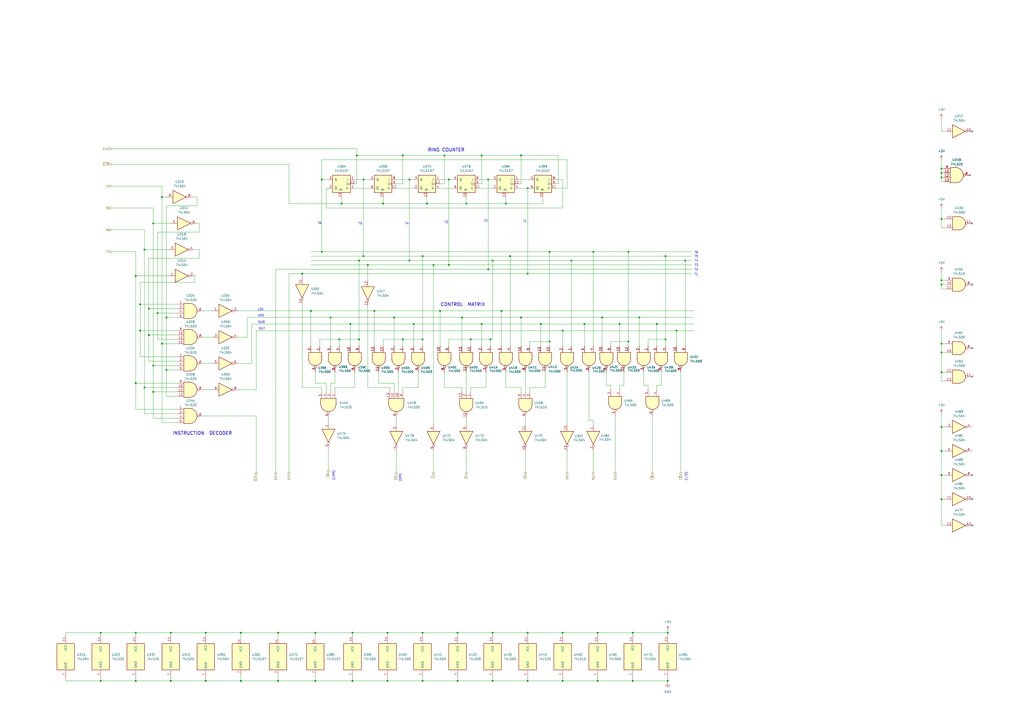
<source format=kicad_sch>
(kicad_sch (version 20231120) (generator "eeschema") (generator_version "8.0")
  (paper "A2")
  (title_block (title "ISAP-1 COMPUTER") (date "2024-11-27") (rev "Version 1") (comment 1 "by Linca Marius Gheorghe") (comment 3 "Control Unit"))
  (junction (at 293.37 118.11))
  (junction (at 265.43 367.03))
  (junction (at 364.49 198.12))
  (junction (at 546.1 289.56))
  (junction (at 331.47 151.13))
  (junction (at 295.91 148.59))
  (junction (at 279.4 90.17))
  (junction (at 283.21 156.21))
  (junction (at 191.77 184.15))
  (junction (at 186.69 146.05))
  (junction (at 78.74 367.03))
  (junction (at 284.48 196.85))
  (junction (at 203.2 187.96))
  (junction (at 302.26 90.17))
  (junction (at 224.79 394.97))
  (junction (at 387.35 394.97))
  (junction (at 93.98 114.3))
  (junction (at 78.74 394.97))
  (junction (at 139.7 394.97))
  (junction (at 313.69 187.96))
  (junction (at 204.47 367.03))
  (junction (at 367.03 367.03))
  (junction (at 237.49 104.14))
  (junction (at 83.82 144.78))
  (junction (at 265.43 394.97))
  (junction (at 546.1 215.9))
  (junction (at 370.84 184.15))
  (junction (at 270.51 118.11))
  (junction (at 119.38 367.03))
  (junction (at 392.43 191.77))
  (junction (at 260.35 104.14))
  (junction (at 285.75 394.97))
  (junction (at 367.03 394.97))
  (junction (at 359.41 187.96))
  (junction (at 210.82 148.59))
  (junction (at 306.07 109.22))
  (junction (at 283.21 104.14))
  (junction (at 182.88 367.03))
  (junction (at 257.81 90.17))
  (junction (at 93.98 199.39))
  (junction (at 285.75 151.13))
  (junction (at 279.4 187.96))
  (junction (at 546.1 102.87))
  (junction (at 208.28 151.13))
  (junction (at 83.82 224.79))
  (junction (at 233.68 196.85))
  (junction (at 175.26 158.75))
  (junction (at 213.36 153.67))
  (junction (at 344.17 146.05))
  (junction (at 210.82 104.14))
  (junction (at 81.28 191.77))
  (junction (at 88.9 212.09))
  (junction (at 349.25 184.15))
  (junction (at 198.12 118.11))
  (junction (at 255.27 180.34))
  (junction (at 306.07 367.03))
  (junction (at 364.49 146.05))
  (junction (at 204.47 394.97))
  (junction (at 161.29 367.03))
  (junction (at 86.36 194.31))
  (junction (at 228.6 184.15))
  (junction (at 546.1 127))
  (junction (at 245.11 394.97))
  (junction (at 119.38 394.97))
  (junction (at 247.65 118.11))
  (junction (at 306.07 158.75))
  (junction (at 58.42 367.03))
  (junction (at 339.09 187.96))
  (junction (at 546.1 165.1))
  (junction (at 245.11 148.59))
  (junction (at 182.88 394.97))
  (junction (at 306.07 394.97))
  (junction (at 91.44 181.61))
  (junction (at 302.26 184.15))
  (junction (at 237.49 151.13))
  (junction (at 326.39 394.97))
  (junction (at 326.39 367.03))
  (junction (at 240.03 187.96))
  (junction (at 81.28 176.53))
  (junction (at 208.28 196.85))
  (junction (at 346.71 394.97))
  (junction (at 180.34 180.34))
  (junction (at 318.77 146.05))
  (junction (at 186.69 104.14))
  (junction (at 326.39 191.77))
  (junction (at 381 187.96))
  (junction (at 217.17 180.34))
  (junction (at 251.46 153.67))
  (junction (at 139.7 367.03))
  (junction (at 397.51 151.13))
  (junction (at 245.11 196.85))
  (junction (at 222.25 118.11))
  (junction (at 546.1 97.79))
  (junction (at 96.52 214.63))
  (junction (at 196.85 196.85))
  (junction (at 546.1 275.59))
  (junction (at 78.74 160.02))
  (junction (at 207.01 90.17))
  (junction (at 88.9 227.33))
  (junction (at 161.29 394.97))
  (junction (at 245.11 367.03))
  (junction (at 546.1 204.47))
  (junction (at 346.71 367.03))
  (junction (at 386.08 196.85))
  (junction (at 546.1 100.33))
  (junction (at 86.36 179.07))
  (junction (at 387.35 367.03))
  (junction (at 546.1 199.39))
  (junction (at 285.75 367.03))
  (junction (at 290.83 180.34))
  (junction (at 546.1 162.56))
  (junction (at 386.08 148.59))
  (junction (at 318.77 198.12))
  (junction (at 273.05 196.85))
  (junction (at 224.79 367.03))
  (junction (at 96.52 184.15))
  (junction (at 260.35 153.67))
  (junction (at 88.9 129.54))
  (junction (at 233.68 90.17))
  (junction (at 267.97 184.15))
  (junction (at 546.1 261.62))
  (junction (at 58.42 394.97))
  (junction (at 99.06 367.03))
  (junction (at 546.1 247.65))
  (junction (at 99.06 394.97))
  (junction (at 78.74 222.25))
  (no_connect (at 563.88 201.93))
  (no_connect (at 563.88 165.1))
  (no_connect (at 563.88 76.2))
  (no_connect (at 563.88 129.54))
  (no_connect (at 562.61 101.6))
  (no_connect (at 563.88 304.8))
  (no_connect (at 563.88 275.59))
  (no_connect (at 563.88 289.56))
  (no_connect (at 563.88 218.44))
  (wire (pts (xy 233.68 90.17) (xy 257.81 90.17)))
  (wire (pts (xy 255.27 106.68) (xy 257.81 106.68)))
  (wire (pts (xy 279.4 187.96) (xy 279.4 200.66)))
  (wire (pts (xy 546.1 120.65) (xy 546.1 127)))
  (wire (pts (xy 226.06 224.79) (xy 213.36 224.79)))
  (wire (pts (xy 273.05 196.85) (xy 273.05 200.66)))
  (wire (pts (xy 88.9 212.09) (xy 102.87 212.09)))
  (wire (pts (xy 58.42 367.03) (xy 58.42 368.3)))
  (wire (pts (xy 81.28 191.77) (xy 102.87 191.77)))
  (wire (pts (xy 138.43 180.34) (xy 180.34 180.34)))
  (wire (pts (xy 115.57 144.78) (xy 115.57 149.86)))
  (wire (pts (xy 180.34 148.59) (xy 210.82 148.59)))
  (wire (pts (xy 279.4 90.17) (xy 257.81 90.17)))
  (wire (pts (xy 78.74 146.05) (xy 78.74 160.02)))
  (wire (pts (xy 318.77 146.05) (xy 344.17 146.05)))
  (wire (pts (xy 381 226.06) (xy 381 223.52)))
  (wire (pts (xy 93.98 245.11) (xy 102.87 245.11)))
  (wire (pts (xy 546.1 162.56) (xy 546.1 157.48)))
  (wire (pts (xy 88.9 212.09) (xy 88.9 227.33)))
  (wire (pts (xy 64.77 107.95) (xy 93.98 107.95)))
  (wire (pts (xy 364.49 146.05) (xy 364.49 198.12)))
  (wire (pts (xy 285.75 394.97) (xy 306.07 394.97)))
  (wire (pts (xy 64.77 95.25) (xy 167.64 95.25)))
  (wire (pts (xy 387.35 365.76) (xy 387.35 367.03)))
  (wire (pts (xy 91.44 196.85) (xy 102.87 196.85)))
  (wire (pts (xy 270.51 261.62) (xy 270.51 274.32)))
  (wire (pts (xy 115.57 134.62) (xy 91.44 134.62)))
  (wire (pts (xy 245.11 148.59) (xy 245.11 196.85)))
  (wire (pts (xy 139.7 394.97) (xy 161.29 394.97)))
  (wire (pts (xy 546.1 102.87) (xy 546.1 105.41)))
  (wire (pts (xy 546.1 215.9) (xy 546.1 220.98)))
  (wire (pts (xy 224.79 394.97) (xy 245.11 394.97)))
  (wire (pts (xy 233.68 224.79) (xy 242.57 224.79)))
  (wire (pts (xy 240.03 187.96) (xy 240.03 200.66)))
  (wire (pts (xy 86.36 149.86) (xy 86.36 179.07)))
  (wire (pts (xy 546.1 247.65) (xy 548.64 247.65)))
  (wire (pts (xy 167.64 118.11) (xy 198.12 118.11)))
  (wire (pts (xy 191.77 227.33) (xy 191.77 222.25)))
  (wire (pts (xy 265.43 394.97) (xy 285.75 394.97)))
  (wire (pts (xy 313.69 187.96) (xy 313.69 200.66)))
  (wire (pts (xy 300.99 109.22) (xy 306.07 109.22)))
  (wire (pts (xy 213.36 153.67) (xy 213.36 162.56)))
  (wire (pts (xy 346.71 394.97) (xy 346.71 393.7)))
  (wire (pts (xy 548.64 304.8) (xy 546.1 304.8)))
  (wire (pts (xy 208.28 151.13) (xy 237.49 151.13)))
  (wire (pts (xy 548.64 167.64) (xy 546.1 167.64)))
  (wire (pts (xy 185.42 196.85) (xy 196.85 196.85)))
  (wire (pts (xy 302.26 90.17) (xy 302.26 106.68)))
  (wire (pts (xy 229.87 109.22) (xy 240.03 109.22)))
  (wire (pts (xy 326.39 191.77) (xy 392.43 191.77)))
  (wire (pts (xy 245.11 367.03) (xy 265.43 367.03)))
  (wire (pts (xy 354.33 200.66) (xy 354.33 198.12)))
  (wire (pts (xy 302.26 184.15) (xy 349.25 184.15)))
  (wire (pts (xy 314.96 118.11) (xy 293.37 118.11)))
  (wire (pts (xy 213.36 177.8) (xy 213.36 224.79)))
  (wire (pts (xy 304.8 242.57) (xy 304.8 246.38)))
  (wire (pts (xy 326.39 367.03) (xy 326.39 368.3)))
  (wire (pts (xy 148.59 191.77) (xy 326.39 191.77)))
  (wire (pts (xy 255.27 104.14) (xy 260.35 104.14)))
  (wire (pts (xy 167.64 158.75) (xy 167.64 274.32)))
  (wire (pts (xy 205.74 106.68) (xy 207.01 106.68)))
  (wire (pts (xy 546.1 215.9) (xy 548.64 215.9)))
  (wire (pts (xy 88.9 227.33) (xy 88.9 242.57)))
  (wire (pts (xy 273.05 224.79) (xy 281.94 224.79)))
  (wire (pts (xy 245.11 148.59) (xy 295.91 148.59)))
  (wire (pts (xy 78.74 393.7) (xy 78.74 394.97)))
  (wire (pts (xy 354.33 223.52) (xy 351.79 223.52)))
  (wire (pts (xy 228.6 227.33) (xy 228.6 222.25)))
  (wire (pts (xy 81.28 176.53) (xy 102.87 176.53)))
  (wire (pts (xy 161.29 394.97) (xy 182.88 394.97)))
  (wire (pts (xy 546.1 100.33) (xy 547.37 100.33)))
  (wire (pts (xy 194.31 227.33) (xy 194.31 224.79)))
  (wire (pts (xy 83.82 133.35) (xy 83.82 144.78)))
  (wire (pts (xy 267.97 227.33) (xy 267.97 224.79)))
  (wire (pts (xy 207.01 90.17) (xy 233.68 90.17)))
  (wire (pts (xy 383.54 223.52) (xy 383.54 215.9)))
  (wire (pts (xy 323.85 106.68) (xy 323.85 90.17)))
  (wire (pts (xy 255.27 109.22) (xy 262.89 109.22)))
  (wire (pts (xy 331.47 151.13) (xy 331.47 200.66)))
  (wire (pts (xy 344.17 146.05) (xy 364.49 146.05)))
  (wire (pts (xy 346.71 394.97) (xy 367.03 394.97)))
  (wire (pts (xy 180.34 153.67) (xy 213.36 153.67)))
  (wire (pts (xy 364.49 198.12) (xy 364.49 200.66)))
  (wire (pts (xy 78.74 160.02) (xy 97.79 160.02)))
  (wire (pts (xy 546.1 100.33) (xy 546.1 102.87)))
  (wire (pts (xy 273.05 196.85) (xy 284.48 196.85)))
  (wire (pts (xy 307.34 224.79) (xy 316.23 224.79)))
  (wire (pts (xy 306.07 109.22) (xy 307.34 109.22)))
  (wire (pts (xy 293.37 114.3) (xy 293.37 118.11)))
  (wire (pts (xy 186.69 92.71) (xy 328.93 92.71)))
  (wire (pts (xy 78.74 367.03) (xy 99.06 367.03)))
  (wire (pts (xy 397.51 151.13) (xy 397.51 200.66)))
  (wire (pts (xy 328.93 261.62) (xy 328.93 274.32)))
  (wire (pts (xy 359.41 223.52) (xy 361.95 223.52)))
  (wire (pts (xy 118.11 241.3) (xy 148.59 241.3)))
  (wire (pts (xy 364.49 146.05) (xy 401.32 146.05)))
  (wire (pts (xy 233.68 196.85) (xy 233.68 200.66)))
  (wire (pts (xy 78.74 367.03) (xy 78.74 368.3)))
  (wire (pts (xy 260.35 196.85) (xy 273.05 196.85)))
  (wire (pts (xy 118.11 226.06) (xy 123.19 226.06)))
  (wire (pts (xy 381 187.96) (xy 402.59 187.96)))
  (wire (pts (xy 189.23 222.25) (xy 182.88 222.25)))
  (wire (pts (xy 175.26 176.53) (xy 175.26 224.79)))
  (wire (pts (xy 314.96 114.3) (xy 314.96 118.11)))
  (wire (pts (xy 546.1 132.08) (xy 548.64 132.08)))
  (wire (pts (xy 210.82 148.59) (xy 245.11 148.59)))
  (wire (pts (xy 210.82 104.14) (xy 214.63 104.14)))
  (wire (pts (xy 96.52 184.15) (xy 96.52 214.63)))
  (wire (pts (xy 93.98 114.3) (xy 93.98 107.95)))
  (wire (pts (xy 546.1 97.79) (xy 546.1 100.33)))
  (wire (pts (xy 233.68 90.17) (xy 233.68 106.68)))
  (wire (pts (xy 143.51 184.15) (xy 191.77 184.15)))
  (wire (pts (xy 204.47 367.03) (xy 204.47 368.3)))
  (wire (pts (xy 96.52 184.15) (xy 102.87 184.15)))
  (wire (pts (xy 83.82 224.79) (xy 102.87 224.79)))
  (wire (pts (xy 316.23 224.79) (xy 316.23 215.9)))
  (wire (pts (xy 386.08 196.85) (xy 386.08 200.66)))
  (wire (pts (xy 300.99 104.14) (xy 307.34 104.14)))
  (wire (pts (xy 229.87 104.14) (xy 237.49 104.14)))
  (wire (pts (xy 189.23 120.65) (xy 326.39 120.65)))
  (wire (pts (xy 293.37 224.79) (xy 293.37 215.9)))
  (wire (pts (xy 373.38 223.52) (xy 375.92 223.52)))
  (wire (pts (xy 397.51 151.13) (xy 401.32 151.13)))
  (wire (pts (xy 148.59 226.06) (xy 148.59 191.77)))
  (wire (pts (xy 237.49 104.14) (xy 240.03 104.14)))
  (wire (pts (xy 99.06 367.03) (xy 99.06 368.3)))
  (wire (pts (xy 270.51 114.3) (xy 270.51 118.11)))
  (wire (pts (xy 285.75 394.97) (xy 285.75 393.7)))
  (wire (pts (xy 251.46 153.67) (xy 260.35 153.67)))
  (wire (pts (xy 295.91 148.59) (xy 386.08 148.59)))
  (wire (pts (xy 205.74 109.22) (xy 214.63 109.22)))
  (wire (pts (xy 83.82 224.79) (xy 83.82 240.03)))
  (wire (pts (xy 304.8 215.9) (xy 304.8 227.33)))
  (wire (pts (xy 302.26 90.17) (xy 279.4 90.17)))
  (wire (pts (xy 91.44 134.62) (xy 91.44 181.61)))
  (wire (pts (xy 194.31 224.79) (xy 205.74 224.79)))
  (wire (pts (xy 354.33 226.06) (xy 354.33 223.52)))
  (wire (pts (xy 139.7 367.03) (xy 161.29 367.03)))
  (wire (pts (xy 546.1 199.39) (xy 548.64 199.39)))
  (wire (pts (xy 381 187.96) (xy 381 200.66)))
  (wire (pts (xy 205.74 104.14) (xy 210.82 104.14)))
  (wire (pts (xy 58.42 367.03) (xy 78.74 367.03)))
  (wire (pts (xy 203.2 200.66) (xy 203.2 187.96)))
  (wire (pts (xy 328.93 109.22) (xy 328.93 92.71)))
  (wire (pts (xy 138.43 195.58) (xy 143.51 195.58)))
  (wire (pts (xy 203.2 187.96) (xy 240.03 187.96)))
  (wire (pts (xy 279.4 106.68) (xy 279.4 90.17)))
  (wire (pts (xy 548.64 162.56) (xy 546.1 162.56)))
  (wire (pts (xy 118.11 195.58) (xy 123.19 195.58)))
  (wire (pts (xy 260.35 104.14) (xy 260.35 153.67)))
  (wire (pts (xy 237.49 151.13) (xy 285.75 151.13)))
  (wire (pts (xy 302.26 227.33) (xy 302.26 224.79)))
  (wire (pts (xy 180.34 180.34) (xy 180.34 200.66)))
  (wire (pts (xy 64.77 133.35) (xy 83.82 133.35)))
  (wire (pts (xy 245.11 196.85) (xy 245.11 200.66)))
  (wire (pts (xy 93.98 114.3) (xy 96.52 114.3)))
  (wire (pts (xy 175.26 158.75) (xy 175.26 161.29)))
  (wire (pts (xy 267.97 224.79) (xy 257.81 224.79)))
  (wire (pts (xy 217.17 180.34) (xy 217.17 200.66)))
  (wire (pts (xy 180.34 180.34) (xy 217.17 180.34)))
  (wire (pts (xy 284.48 196.85) (xy 285.75 196.85)))
  (wire (pts (xy 81.28 207.01) (xy 102.87 207.01)))
  (wire (pts (xy 304.8 261.62) (xy 304.8 274.32)))
  (wire (pts (xy 190.5 242.57) (xy 190.5 245.11)))
  (wire (pts (xy 228.6 184.15) (xy 228.6 200.66)))
  (wire (pts (xy 139.7 391.16) (xy 139.7 394.97)))
  (wire (pts (xy 260.35 153.67) (xy 401.32 153.67)))
  (wire (pts (xy 118.11 210.82) (xy 123.19 210.82)))
  (wire (pts (xy 255.27 180.34) (xy 290.83 180.34)))
  (wire (pts (xy 257.81 106.68) (xy 257.81 90.17)))
  (wire (pts (xy 392.43 191.77) (xy 402.59 191.77)))
  (wire (pts (xy 546.1 92.71) (xy 546.1 97.79)))
  (wire (pts (xy 182.88 394.97) (xy 204.47 394.97)))
  (wire (pts (xy 386.08 148.59) (xy 386.08 196.85)))
  (wire (pts (xy 78.74 222.25) (xy 78.74 237.49)))
  (wire (pts (xy 204.47 394.97) (xy 224.79 394.97)))
  (wire (pts (xy 322.58 109.22) (xy 328.93 109.22)))
  (wire (pts (xy 381 223.52) (xy 383.54 223.52)))
  (wire (pts (xy 546.1 247.65) (xy 546.1 261.62)))
  (wire (pts (xy 191.77 200.66) (xy 191.77 184.15)))
  (wire (pts (xy 64.77 86.36) (xy 207.01 86.36)))
  (wire (pts (xy 175.26 158.75) (xy 306.07 158.75)))
  (wire (pts (xy 113.03 163.83) (xy 81.28 163.83)))
  (wire (pts (xy 270.51 242.57) (xy 270.51 246.38)))
  (wire (pts (xy 265.43 394.97) (xy 265.43 393.7)))
  (wire (pts (xy 546.1 167.64) (xy 546.1 165.1)))
  (wire (pts (xy 339.09 187.96) (xy 359.41 187.96)))
  (wire (pts (xy 194.31 222.25) (xy 194.31 215.9)))
  (wire (pts (xy 113.03 144.78) (xy 115.57 144.78)))
  (wire (pts (xy 180.34 151.13) (xy 208.28 151.13)))
  (wire (pts (xy 387.35 367.03) (xy 387.35 368.3)))
  (wire (pts (xy 186.69 227.33) (xy 186.69 224.79)))
  (wire (pts (xy 161.29 367.03) (xy 182.88 367.03)))
  (wire (pts (xy 207.01 106.68) (xy 207.01 90.17)))
  (wire (pts (xy 285.75 367.03) (xy 306.07 367.03)))
  (wire (pts (xy 281.94 224.79) (xy 281.94 215.9)))
  (wire (pts (xy 367.03 394.97) (xy 367.03 393.7)))
  (wire (pts (xy 367.03 394.97) (xy 387.35 394.97)))
  (wire (pts (xy 285.75 367.03) (xy 285.75 368.3)))
  (wire (pts (xy 326.39 394.97) (xy 346.71 394.97)))
  (wire (pts (xy 285.75 151.13) (xy 285.75 196.85)))
  (wire (pts (xy 222.25 118.11) (xy 222.25 114.3)))
  (wire (pts (xy 293.37 118.11) (xy 270.51 118.11)))
  (wire (pts (xy 78.74 237.49) (xy 102.87 237.49)))
  (wire (pts (xy 190.5 260.35) (xy 190.5 273.05)))
  (wire (pts (xy 138.43 226.06) (xy 148.59 226.06)))
  (wire (pts (xy 114.3 114.3) (xy 114.3 119.38)))
  (wire (pts (xy 207.01 86.36) (xy 207.01 90.17)))
  (wire (pts (xy 160.02 156.21) (xy 283.21 156.21)))
  (wire (pts (xy 245.11 394.97) (xy 265.43 394.97)))
  (wire (pts (xy 306.07 109.22) (xy 306.07 158.75)))
  (wire (pts (xy 278.13 109.22) (xy 285.75 109.22)))
  (wire (pts (xy 86.36 179.07) (xy 86.36 194.31)))
  (wire (pts (xy 255.27 180.34) (xy 255.27 200.66)))
  (wire (pts (xy 331.47 151.13) (xy 397.51 151.13)))
  (wire (pts (xy 86.36 194.31) (xy 86.36 209.55)))
  (wire (pts (xy 208.28 196.85) (xy 208.28 200.66)))
  (wire (pts (xy 546.1 127) (xy 548.64 127)))
  (wire (pts (xy 185.42 200.66) (xy 185.42 196.85)))
  (wire (pts (xy 81.28 163.83) (xy 81.28 176.53)))
  (wire (pts (xy 548.64 165.1) (xy 546.1 165.1)))
  (wire (pts (xy 273.05 227.33) (xy 273.05 224.79)))
  (wire (pts (xy 93.98 199.39) (xy 93.98 245.11)))
  (wire (pts (xy 373.38 223.52) (xy 373.38 215.9)))
  (wire (pts (xy 38.1 394.97) (xy 58.42 394.97)))
  (wire (pts (xy 349.25 184.15) (xy 349.25 200.66)))
  (wire (pts (xy 300.99 106.68) (xy 302.26 106.68)))
  (wire (pts (xy 257.81 224.79) (xy 257.81 215.9)))
  (wire (pts (xy 546.1 261.62) (xy 546.1 275.59)))
  (wire (pts (xy 247.65 118.11) (xy 222.25 118.11)))
  (wire (pts (xy 351.79 223.52) (xy 351.79 215.9)))
  (wire (pts (xy 146.05 187.96) (xy 203.2 187.96)))
  (wire (pts (xy 367.03 367.03) (xy 367.03 368.3)))
  (wire (pts (xy 283.21 104.14) (xy 283.21 156.21)))
  (wire (pts (xy 138.43 210.82) (xy 146.05 210.82)))
  (wire (pts (xy 307.34 227.33) (xy 307.34 224.79)))
  (wire (pts (xy 548.64 289.56) (xy 546.1 289.56)))
  (wire (pts (xy 387.35 393.7) (xy 387.35 394.97)))
  (wire (pts (xy 91.44 181.61) (xy 102.87 181.61)))
  (wire (pts (xy 113.03 160.02) (xy 113.03 163.83)))
  (wire (pts (xy 119.38 393.7) (xy 119.38 394.97)))
  (wire (pts (xy 78.74 222.25) (xy 102.87 222.25)))
  (wire (pts (xy 546.1 204.47) (xy 548.64 204.47)))
  (wire (pts (xy 196.85 196.85) (xy 196.85 200.66)))
  (wire (pts (xy 270.51 118.11) (xy 247.65 118.11)))
  (wire (pts (xy 326.39 120.65) (xy 326.39 104.14)))
  (wire (pts (xy 78.74 160.02) (xy 78.74 222.25)))
  (wire (pts (xy 190.5 109.22) (xy 189.23 109.22)))
  (wire (pts (xy 93.98 199.39) (xy 102.87 199.39)))
  (wire (pts (xy 313.69 187.96) (xy 339.09 187.96)))
  (wire (pts (xy 208.28 196.85) (xy 208.28 151.13)))
  (wire (pts (xy 546.1 76.2) (xy 546.1 68.58)))
  (wire (pts (xy 186.69 146.05) (xy 318.77 146.05)))
  (wire (pts (xy 81.28 176.53) (xy 81.28 191.77)))
  (wire (pts (xy 83.82 144.78) (xy 97.79 144.78)))
  (wire (pts (xy 58.42 394.97) (xy 78.74 394.97)))
  (wire (pts (xy 265.43 367.03) (xy 265.43 368.3)))
  (wire (pts (xy 370.84 184.15) (xy 370.84 200.66)))
  (wire (pts (xy 367.03 367.03) (xy 387.35 367.03)))
  (wire (pts (xy 279.4 187.96) (xy 313.69 187.96)))
  (wire (pts (xy 546.1 204.47) (xy 546.1 215.9)))
  (wire (pts (xy 328.93 215.9) (xy 328.93 246.38)))
  (wire (pts (xy 546.1 304.8) (xy 546.1 289.56)))
  (wire (pts (xy 548.64 275.59) (xy 546.1 275.59)))
  (wire (pts (xy 344.17 261.62) (xy 344.17 274.32)))
  (wire (pts (xy 161.29 391.16) (xy 161.29 394.97)))
  (wire (pts (xy 196.85 196.85) (xy 208.28 196.85)))
  (wire (pts (xy 233.68 227.33) (xy 233.68 224.79)))
  (wire (pts (xy 361.95 223.52) (xy 361.95 215.9)))
  (wire (pts (xy 111.76 114.3) (xy 114.3 114.3)))
  (wire (pts (xy 284.48 200.66) (xy 284.48 196.85)))
  (wire (pts (xy 387.35 394.97) (xy 387.35 396.24)))
  (wire (pts (xy 344.17 146.05) (xy 344.17 200.66)))
  (wire (pts (xy 306.07 367.03) (xy 306.07 368.3)))
  (wire (pts (xy 229.87 242.57) (xy 229.87 246.38)))
  (wire (pts (xy 270.51 215.9) (xy 270.51 227.33)))
  (wire (pts (xy 198.12 114.3) (xy 198.12 118.11)))
  (wire (pts (xy 114.3 129.54) (xy 115.57 129.54)))
  (wire (pts (xy 251.46 153.67) (xy 251.46 246.38)))
  (wire (pts (xy 322.58 106.68) (xy 323.85 106.68)))
  (wire (pts (xy 302.26 90.17) (xy 323.85 90.17)))
  (wire (pts (xy 88.9 242.57) (xy 102.87 242.57)))
  (wire (pts (xy 307.34 200.66) (xy 307.34 198.12)))
  (wire (pts (xy 210.82 104.14) (xy 210.82 148.59)))
  (wire (pts (xy 228.6 184.15) (xy 267.97 184.15)))
  (wire (pts (xy 375.92 226.06) (xy 375.92 223.52)))
  (wire (pts (xy 64.77 120.65) (xy 88.9 120.65)))
  (wire (pts (xy 326.39 191.77) (xy 326.39 200.66)))
  (wire (pts (xy 86.36 194.31) (xy 102.87 194.31)))
  (wire (pts (xy 115.57 149.86) (xy 86.36 149.86)))
  (wire (pts (xy 180.34 146.05) (xy 186.69 146.05)))
  (wire (pts (xy 307.34 198.12) (xy 318.77 198.12)))
  (wire (pts (xy 346.71 367.03) (xy 367.03 367.03)))
  (wire (pts (xy 346.71 367.03) (xy 346.71 368.3)))
  (wire (pts (xy 88.9 129.54) (xy 99.06 129.54)))
  (wire (pts (xy 224.79 367.03) (xy 224.79 368.3)))
  (wire (pts (xy 349.25 184.15) (xy 370.84 184.15)))
  (wire (pts (xy 119.38 367.03) (xy 139.7 367.03)))
  (wire (pts (xy 83.82 240.03) (xy 102.87 240.03)))
  (wire (pts (xy 167.64 158.75) (xy 175.26 158.75)))
  (wire (pts (xy 86.36 209.55) (xy 102.87 209.55)))
  (wire (pts (xy 546.1 102.87) (xy 547.37 102.87)))
  (wire (pts (xy 99.06 394.97) (xy 119.38 394.97)))
  (wire (pts (xy 285.75 151.13) (xy 331.47 151.13)))
  (wire (pts (xy 231.14 215.9) (xy 231.14 227.33)))
  (wire (pts (xy 306.07 367.03) (xy 326.39 367.03)))
  (wire (pts (xy 394.97 215.9) (xy 394.97 274.32)))
  (wire (pts (xy 219.71 215.9) (xy 219.71 222.25)))
  (wire (pts (xy 326.39 394.97) (xy 326.39 393.7)))
  (wire (pts (xy 290.83 180.34) (xy 402.59 180.34)))
  (wire (pts (xy 186.69 104.14) (xy 186.69 146.05)))
  (wire (pts (xy 160.02 156.21) (xy 160.02 274.32)))
  (wire (pts (xy 224.79 367.03) (xy 245.11 367.03)))
  (wire (pts (xy 182.88 391.16) (xy 182.88 394.97)))
  (wire (pts (xy 88.9 129.54) (xy 88.9 212.09)))
  (wire (pts (xy 378.46 241.3) (xy 378.46 274.32)))
  (wire (pts (xy 546.1 97.79) (xy 547.37 97.79)))
  (wire (pts (xy 81.28 191.77) (xy 81.28 207.01)))
  (wire (pts (xy 283.21 104.14) (xy 285.75 104.14)))
  (wire (pts (xy 167.64 95.25) (xy 167.64 118.11)))
  (wire (pts (xy 386.08 148.59) (xy 401.32 148.59)))
  (wire (pts (xy 341.63 215.9) (xy 341.63 243.84)))
  (wire (pts (xy 546.1 191.77) (xy 546.1 199.39)))
  (wire (pts (xy 359.41 226.06) (xy 359.41 223.52)))
  (wire (pts (xy 189.23 227.33) (xy 189.23 222.25)))
  (wire (pts (xy 143.51 195.58) (xy 143.51 184.15)))
  (wire (pts (xy 546.1 165.1) (xy 546.1 162.56)))
  (wire (pts (xy 139.7 367.03) (xy 139.7 370.84)))
  (wire (pts (xy 278.13 106.68) (xy 279.4 106.68)))
  (wire (pts (xy 546.1 240.03) (xy 546.1 247.65)))
  (wire (pts (xy 370.84 184.15) (xy 402.59 184.15)))
  (wire (pts (xy 114.3 119.38) (xy 96.52 119.38)))
  (wire (pts (xy 392.43 200.66) (xy 392.43 191.77)))
  (wire (pts (xy 278.13 104.14) (xy 283.21 104.14)))
  (wire (pts (xy 251.46 261.62) (xy 251.46 274.32)))
  (wire (pts (xy 182.88 222.25) (xy 182.88 215.9)))
  (wire (pts (xy 267.97 184.15) (xy 267.97 200.66)))
  (wire (pts (xy 204.47 394.97) (xy 204.47 393.7)))
  (wire (pts (xy 233.68 196.85) (xy 245.11 196.85)))
  (wire (pts (xy 96.52 214.63) (xy 96.52 229.87)))
  (wire (pts (xy 322.58 104.14) (xy 326.39 104.14)))
  (wire (pts (xy 339.09 187.96) (xy 339.09 200.66)))
  (wire (pts (xy 306.07 158.75) (xy 401.32 158.75)))
  (wire (pts (xy 247.65 114.3) (xy 247.65 118.11)))
  (wire (pts (xy 190.5 104.14) (xy 186.69 104.14)))
  (wire (pts (xy 356.87 241.3) (xy 356.87 274.32)))
  (wire (pts (xy 96.52 229.87) (xy 102.87 229.87)))
  (wire (pts (xy 186.69 104.14) (xy 186.69 92.71)))
  (wire (pts (xy 359.41 187.96) (xy 381 187.96)))
  (wire (pts (xy 326.39 367.03) (xy 346.71 367.03)))
  (wire (pts (xy 302.26 224.79) (xy 293.37 224.79)))
  (wire (pts (xy 96.52 214.63) (xy 102.87 214.63)))
  (wire (pts (xy 354.33 198.12) (xy 364.49 198.12)))
  (wire (pts (xy 119.38 394.97) (xy 139.7 394.97)))
  (wire (pts (xy 245.11 367.03) (xy 245.11 368.3)))
  (wire (pts (xy 217.17 180.34) (xy 255.27 180.34)))
  (wire (pts (xy 182.88 367.03) (xy 204.47 367.03)))
  (wire (pts (xy 38.1 367.03) (xy 38.1 368.3)))
  (wire (pts (xy 295.91 200.66) (xy 295.91 148.59)))
  (wire (pts (xy 260.35 196.85) (xy 260.35 200.66)))
  (wire (pts (xy 86.36 179.07) (xy 102.87 179.07)))
  (wire (pts (xy 58.42 393.7) (xy 58.42 394.97)))
  (wire (pts (xy 198.12 118.11) (xy 222.25 118.11)))
  (wire (pts (xy 222.25 196.85) (xy 233.68 196.85)))
  (wire (pts (xy 88.9 227.33) (xy 102.87 227.33)))
  (wire (pts (xy 204.47 367.03) (xy 224.79 367.03)))
  (wire (pts (xy 318.77 146.05) (xy 318.77 198.12)))
  (wire (pts (xy 64.77 146.05) (xy 78.74 146.05)))
  (wire (pts (xy 375.92 200.66) (xy 375.92 196.85)))
  (wire (pts (xy 260.35 104.14) (xy 262.89 104.14)))
  (wire (pts (xy 148.59 241.3) (xy 148.59 274.32)))
  (wire (pts (xy 146.05 210.82) (xy 146.05 187.96)))
  (wire (pts (xy 344.17 246.38) (xy 344.17 243.84)))
  (wire (pts (xy 38.1 367.03) (xy 58.42 367.03)))
  (wire (pts (xy 283.21 156.21) (xy 401.32 156.21)))
  (wire (pts (xy 306.07 394.97) (xy 326.39 394.97)))
  (wire (pts (xy 182.88 367.03) (xy 182.88 370.84)))
  (wire (pts (xy 119.38 367.03) (xy 119.38 368.3)))
  (wire (pts (xy 88.9 129.54) (xy 88.9 120.65)))
  (wire (pts (xy 118.11 180.34) (xy 123.19 180.34)))
  (wire (pts (xy 546.1 261.62) (xy 548.64 261.62)))
  (wire (pts (xy 375.92 196.85) (xy 386.08 196.85)))
  (wire (pts (xy 546.1 289.56) (xy 546.1 275.59)))
  (wire (pts (xy 242.57 224.79) (xy 242.57 215.9)))
  (wire (pts (xy 213.36 153.67) (xy 251.46 153.67)))
  (wire (pts (xy 302.26 184.15) (xy 302.26 200.66)))
  (wire (pts (xy 222.25 200.66) (xy 222.25 196.85)))
  (wire (pts (xy 237.49 104.14) (xy 237.49 151.13)))
  (wire (pts (xy 191.77 184.15) (xy 228.6 184.15)))
  (wire (pts (xy 228.6 222.25) (xy 219.71 222.25)))
  (wire (pts (xy 265.43 367.03) (xy 285.75 367.03)))
  (wire (pts (xy 240.03 187.96) (xy 279.4 187.96)))
  (wire (pts (xy 359.41 200.66) (xy 359.41 187.96)))
  (wire (pts (xy 344.17 243.84) (xy 341.63 243.84)))
  (wire (pts (xy 191.77 222.25) (xy 194.31 222.25)))
  (wire (pts (xy 546.1 76.2) (xy 548.64 76.2)))
  (wire (pts (xy 546.1 127) (xy 546.1 132.08)))
  (wire (pts (xy 267.97 184.15) (xy 302.26 184.15)))
  (wire (pts (xy 224.79 394.97) (xy 224.79 393.7)))
  (wire (pts (xy 290.83 200.66) (xy 290.83 180.34)))
  (wire (pts (xy 205.74 224.79) (xy 205.74 215.9)))
  (wire (pts (xy 99.06 367.03) (xy 119.38 367.03)))
  (wire (pts (xy 318.77 198.12) (xy 318.77 200.66)))
  (wire (pts (xy 546.1 105.41) (xy 547.37 105.41)))
  (wire (pts (xy 96.52 119.38) (xy 96.52 184.15)))
  (wire (pts (xy 546.1 199.39) (xy 546.1 204.47)))
  (wire (pts (xy 186.69 224.79) (xy 175.26 224.79)))
  (wire (pts (xy 115.57 129.54) (xy 115.57 134.62)))
  (wire (pts (xy 229.87 261.62) (xy 229.87 274.32)))
  (wire (pts (xy 38.1 393.7) (xy 38.1 394.97)))
  (wire (pts (xy 245.11 394.97) (xy 245.11 393.7)))
  (wire (pts (xy 161.29 367.03) (xy 161.29 370.84)))
  (wire (pts (xy 93.98 114.3) (xy 93.98 199.39)))
  (wire (pts (xy 99.06 393.7) (xy 99.06 394.97)))
  (wire (pts (xy 189.23 109.22) (xy 189.23 120.65)))
  (wire (pts (xy 91.44 181.61) (xy 91.44 196.85)))
  (wire (pts (xy 226.06 227.33) (xy 226.06 224.79)))
  (wire (pts (xy 78.74 394.97) (xy 99.06 394.97)))
  (wire (pts (xy 83.82 144.78) (xy 83.82 224.79)))
  (wire (pts (xy 546.1 220.98) (xy 548.64 220.98)))
  (wire (pts (xy 229.87 106.68) (xy 233.68 106.68)))
  (wire (pts (xy 306.07 394.97) (xy 306.07 393.7)))
  (text "T6" (at 185.42 129.54 0) (effects (font (size 1.27 1.27))))
  (text "(DM)" (at 232.156 277.114 90) (effects (font (size 1.27 1.27))))
  (text "T4" (at 403.86 151.384 0) (effects (font (size 1.27 1.27))))
  (text "(LMR)" (at 193.548 275.844 90) (effects (font (size 1.27 1.27))))
  (text "T1" (at 403.86 159.258 0) (effects (font (size 1.27 1.27))))
  (text "T1" (at 304.546 128.524 0) (effects (font (size 1.27 1.27))))
  (text "(I/O)" (at 398.018 276.352 90) (effects (font (size 1.27 1.27))))
  (text "T4" (at 235.966 129.794 0) (effects (font (size 1.27 1.27))))
  (text "CONTROL  MATRIX" (at 268.478 176.784 0) (effects (font (size 1.905 1.905) (thickness 0.254) (bold yes))))
  (text "T3" (at 403.86 153.924 0) (effects (font (size 1.27 1.27))))
  (text "T5" (at 403.86 148.844 0) (effects (font (size 1.27 1.27))))
  (text "T2" (at 281.686 128.27 0) (effects (font (size 1.27 1.27))))
  (text "T2" (at 403.86 156.464 0) (effects (font (size 1.27 1.27))))
  (text "INSTRUCTION  DECODER" (at 117.348 251.46 0) (effects (font (size 1.905 1.905) (thickness 0.254) (bold yes))))
  (text "ADD" (at 151.384 183.134 0) (effects (font (size 1.27 1.27))))
  (text "SUB" (at 151.638 186.944 0) (effects (font (size 1.27 1.27))))
  (text "T6" (at 403.86 146.558 0) (effects (font (size 1.27 1.27))))
  (text "T3" (at 258.826 129.032 0) (effects (font (size 1.27 1.27))))
  (text "LDA" (at 151.13 179.578 0) (effects (font (size 1.27 1.27))))
  (text "OUT" (at 151.892 190.754 0) (effects (font (size 1.27 1.27))))
  (text "RING COUNTER" (at 258.826 87.122 0) (effects (font (size 1.905 1.905) (thickness 0.254) (bold yes))))
  (text "T5" (at 209.042 129.794 0) (effects (font (size 1.27 1.27))))
  (hierarchical_label "I4" (shape input) (at 64.77 107.95 180))
  (hierarchical_label "~{LB}" (shape output) (at 378.46 274.32 270))
  (hierarchical_label "~{LM}" (shape output) (at 190.5 273.05 270))
  (hierarchical_label "SU" (shape output) (at 344.17 274.32 270))
  (hierarchical_label "~{HLT}" (shape output) (at 148.59 274.32 270))
  (hierarchical_label "EU" (shape output) (at 356.87 274.32 270))
  (hierarchical_label "CP" (shape output) (at 160.02 274.32 270))
  (hierarchical_label "EP" (shape output) (at 167.64 274.32 270))
  (hierarchical_label "EA" (shape output) (at 328.93 274.32 270))
  (hierarchical_label "CLK" (shape input) (at 64.77 86.36 180))
  (hierarchical_label "~{CLR}" (shape input) (at 64.77 95.25 180))
  (hierarchical_label "I6" (shape input) (at 64.77 133.35 180))
  (hierarchical_label "~{LO}" (shape output) (at 394.97 274.32 270))
  (hierarchical_label "I5" (shape input) (at 64.77 120.65 180))
  (hierarchical_label "~{EI}" (shape output) (at 270.51 274.32 270))
  (hierarchical_label "~{LA}" (shape output) (at 304.8 274.32 270))
  (hierarchical_label "~{CE}" (shape output) (at 229.87 274.32 270))
  (hierarchical_label "~{LI}" (shape output) (at 251.46 274.32 270))
  (hierarchical_label "I7" (shape input) (at 64.77 146.05 180))
  (symbol (lib_id "74xx:74LS00") (at 285.75 381 0) (unit 5)
    (property "Reference" "U43" (at 292.1 379.7299 0) (effects (justify left)))
    (property "Value" "74LS00" (at 292.1 382.2699 0) (effects (justify left)))
    (property "Footprint" "Package_DIP:DIP-14_W7.62mm_LongPads" (effects (hide yes)))
    (property "Datasheet" "http://www.ti.com/lit/gpn/sn74ls00" (effects (hide yes)))
    (property "Description" "quad 2-input NAND gate" (effects (hide yes)))
  )
  (symbol (lib_id "power:+5V") (at 546.1 191.77 0) (unit 1)
    (property "Reference" "#PWR0114" (effects (hide yes)))
    (property "Value" "+5V" (at 546.1 186.69 0))
    (property "Description" "Power symbol creates a global label with name \"+5V\"" (effects (hide yes)))
  )
  (symbol (lib_id "power:+5V") (at 546.1 92.71 0) (unit 1)
    (property "Reference" "#PWR0111" (effects (hide yes)))
    (property "Value" "+5V" (at 546.1 87.63 0))
    (property "Description" "Power symbol creates a global label with name \"+5V\"" (effects (hide yes)))
  )
  (symbol (lib_id "74xx:74LS20") (at 190.5 234.95 270) (unit 1)
    (property "Reference" "U44" (at 196.85 233.6702 90) (effects (justify left)))
    (property "Value" "74LS20" (at 196.85 236.2102 90) (effects (justify left)))
    (property "Footprint" "Package_DIP:DIP-14_W7.62mm_LongPads" (effects (hide yes)))
    (property "Datasheet" "http://www.ti.com/lit/gpn/sn74LS20" (effects (hide yes)))
    (property "Description" "Dual 4-input NAND" (effects (hide yes)))
  )
  (symbol (lib_id "74xx:74LS04") (at 130.81 226.06 0) (unit 4)
    (property "Reference" "U35" (at 130.81 217.17 0))
    (property "Value" "74LS04" (at 130.81 219.71 0))
    (property "Footprint" "Package_DIP:DIP-14_W7.62mm_LongPads" (effects (hide yes)))
    (property "Datasheet" "http://www.ti.com/lit/gpn/sn74LS04" (effects (hide yes)))
    (property "Description" "Hex Inverter" (effects (hide yes)))
  )
  (symbol (lib_id "74xx:74LS00") (at 257.81 208.28 270) (unit 3)
    (property "Reference" "U40" (at 259.842 213.106 90) (effects (justify left)))
    (property "Value" "74LS00" (at 259.842 215.138 90) (effects (justify left)))
    (property "Footprint" "Package_DIP:DIP-14_W7.62mm_LongPads" (effects (hide yes)))
    (property "Datasheet" "http://www.ti.com/lit/gpn/sn74ls00" (effects (hide yes)))
    (property "Description" "quad 2-input NAND gate" (effects (hide yes)))
  )
  (symbol (lib_id "74xx:74LS00") (at 245.11 381 0) (unit 5)
    (property "Reference" "U41" (at 251.46 379.7299 0) (effects (justify left)))
    (property "Value" "74LS00" (at 251.46 382.2699 0) (effects (justify left)))
    (property "Footprint" "Package_DIP:DIP-14_W7.62mm_LongPads" (effects (hide yes)))
    (property "Datasheet" "http://www.ti.com/lit/gpn/sn74ls00" (effects (hide yes)))
    (property "Description" "quad 2-input NAND gate" (effects (hide yes)))
  )
  (symbol (lib_id "power:+5V") (at 546.1 240.03 0) (unit 1)
    (property "Reference" "#PWR0115" (effects (hide yes)))
    (property "Value" "+5V" (at 546.1 234.95 0))
    (property "Description" "Power symbol creates a global label with name \"+5V\"" (effects (hide yes)))
  )
  (symbol (lib_id "74xx:74LS04") (at 556.26 76.2 0) (unit 5)
    (property "Reference" "U31" (at 556.26 67.31 0))
    (property "Value" "74LS04" (at 556.26 69.85 0))
    (property "Footprint" "Package_DIP:DIP-14_W7.62mm_LongPads" (effects (hide yes)))
    (property "Datasheet" "http://www.ti.com/lit/gpn/sn74LS04" (effects (hide yes)))
    (property "Description" "Hex Inverter" (effects (hide yes)))
  )
  (symbol (lib_id "74xx:74LS04") (at 130.81 195.58 0) (unit 2)
    (property "Reference" "U35" (at 130.81 186.69 0))
    (property "Value" "74LS04" (at 130.81 189.23 0))
    (property "Footprint" "Package_DIP:DIP-14_W7.62mm_LongPads" (effects (hide yes)))
    (property "Datasheet" "http://www.ti.com/lit/gpn/sn74LS04" (effects (hide yes)))
    (property "Description" "Hex Inverter" (effects (hide yes)))
  )
  (symbol (lib_id "74xx:74LS20") (at 99.06 381 0) (unit 3)
    (property "Reference" "U34" (at 105.41 379.7299 0) (effects (justify left)))
    (property "Value" "74LS20" (at 105.41 382.2699 0) (effects (justify left)))
    (property "Footprint" "Package_DIP:DIP-14_W7.62mm_LongPads" (effects (hide yes)))
    (property "Datasheet" "http://www.ti.com/lit/gpn/sn74LS20" (effects (hide yes)))
    (property "Description" "Dual 4-input NAND" (effects (hide yes)))
  )
  (symbol (lib_id "74xx:74LS20") (at 229.87 234.95 270) (unit 2)
    (property "Reference" "U44" (at 236.22 233.6702 90) (effects (justify left)))
    (property "Value" "74LS20" (at 236.22 236.2102 90) (effects (justify left)))
    (property "Footprint" "Package_DIP:DIP-14_W7.62mm_LongPads" (effects (hide yes)))
    (property "Datasheet" "http://www.ti.com/lit/gpn/sn74LS20" (effects (hide yes)))
    (property "Description" "Dual 4-input NAND" (effects (hide yes)))
  )
  (symbol (lib_id "74xx:74LS20") (at 110.49 241.3 0) (unit 1)
    (property "Reference" "U34" (at 110.4803 232.41 0))
    (property "Value" "74LS20" (at 110.4803 234.95 0))
    (property "Footprint" "Package_DIP:DIP-14_W7.62mm_LongPads" (effects (hide yes)))
    (property "Datasheet" "http://www.ti.com/lit/gpn/sn74LS20" (effects (hide yes)))
    (property "Description" "Dual 4-input NAND" (effects (hide yes)))
  )
  (symbol (lib_id "74xx:74LS00") (at 204.47 381 0) (unit 5)
    (property "Reference" "U39" (at 210.82 379.7299 0) (effects (justify left)))
    (property "Value" "74LS00" (at 210.82 382.2699 0) (effects (justify left)))
    (property "Footprint" "Package_DIP:DIP-14_W7.62mm_LongPads" (effects (hide yes)))
    (property "Datasheet" "http://www.ti.com/lit/gpn/sn74ls00" (effects (hide yes)))
    (property "Description" "quad 2-input NAND gate" (effects (hide yes)))
  )
  (symbol (lib_id "74xx:74LS04") (at 367.03 381 0) (unit 7)
    (property "Reference" "U47" (at 373.38 379.7299 0) (effects (justify left)))
    (property "Value" "74LS04" (at 373.38 382.2699 0) (effects (justify left)))
    (property "Footprint" "Package_DIP:DIP-14_W7.62mm_LongPads" (effects (hide yes)))
    (property "Datasheet" "http://www.ti.com/lit/gpn/sn74LS04" (effects (hide yes)))
    (property "Description" "Hex Inverter" (effects (hide yes)))
  )
  (symbol (lib_id "74xx:74LS00") (at 346.71 381 0) (unit 5)
    (property "Reference" "U46" (at 353.06 379.7299 0) (effects (justify left)))
    (property "Value" "74LS00" (at 353.06 382.2699 0) (effects (justify left)))
    (property "Footprint" "Package_DIP:DIP-14_W7.62mm_LongPads" (effects (hide yes)))
    (property "Datasheet" "http://www.ti.com/lit/gpn/sn74ls00" (effects (hide yes)))
    (property "Description" "quad 2-input NAND gate" (effects (hide yes)))
  )
  (symbol (lib_id "74xx:74LS00") (at 351.79 208.28 270) (unit 3)
    (property "Reference" "U42" (at 353.568 212.852 90) (effects (justify left)))
    (property "Value" "74LS00" (at 353.568 214.884 90) (effects (justify left)))
    (property "Footprint" "Package_DIP:DIP-14_W7.62mm_LongPads" (effects (hide yes)))
    (property "Datasheet" "http://www.ti.com/lit/gpn/sn74ls00" (effects (hide yes)))
    (property "Description" "quad 2-input NAND gate" (effects (hide yes)))
  )
  (symbol (lib_id "74xx:74LS00") (at 394.97 208.28 270) (unit 3)
    (property "Reference" "U43" (at 400.05 207.0016 90) (effects (justify left)))
    (property "Value" "74LS00" (at 400.05 209.5416 90) (effects (justify left)))
    (property "Footprint" "Package_DIP:DIP-14_W7.62mm_LongPads" (effects (hide yes)))
    (property "Datasheet" "http://www.ti.com/lit/gpn/sn74ls00" (effects (hide yes)))
    (property "Description" "quad 2-input NAND gate" (effects (hide yes)))
  )
  (symbol (lib_id "74xx:74LS00") (at 281.94 208.28 270) (unit 1)
    (property "Reference" "U41" (at 283.718 213.106 90) (effects (justify left)))
    (property "Value" "74LS00" (at 283.718 215.138 90) (effects (justify left)))
    (property "Footprint" "Package_DIP:DIP-14_W7.62mm_LongPads" (effects (hide yes)))
    (property "Datasheet" "http://www.ti.com/lit/gpn/sn74ls00" (effects (hide yes)))
    (property "Description" "quad 2-input NAND gate" (effects (hide yes)))
  )
  (symbol (lib_id "74xx:74LS20") (at 110.49 226.06 0) (unit 2)
    (property "Reference" "U33" (at 110.4803 217.17 0))
    (property "Value" "74LS20" (at 110.4803 219.71 0))
    (property "Footprint" "Package_DIP:DIP-14_W7.62mm_LongPads" (effects (hide yes)))
    (property "Datasheet" "http://www.ti.com/lit/gpn/sn74LS20" (effects (hide yes)))
    (property "Description" "Dual 4-input NAND" (effects (hide yes)))
  )
  (symbol (lib_id "74xx:74LS04") (at 175.26 168.91 270) (unit 5)
    (property "Reference" "U35" (at 180.34 167.6399 90) (effects (justify left)))
    (property "Value" "74LS04" (at 180.34 170.1799 90) (effects (justify left)))
    (property "Footprint" "Package_DIP:DIP-14_W7.62mm_LongPads" (effects (hide yes)))
    (property "Datasheet" "http://www.ti.com/lit/gpn/sn74LS04" (effects (hide yes)))
    (property "Description" "Hex Inverter" (effects (hide yes)))
  )
  (symbol (lib_id "power:+5V") (at 546.1 68.58 0) (unit 1)
    (property "Reference" "#PWR0110" (effects (hide yes)))
    (property "Value" "+5V" (at 546.1 63.5 0))
    (property "Description" "Power symbol creates a global label with name \"+5V\"" (effects (hide yes)))
  )
  (symbol (lib_id "74xx:74LS00") (at 219.71 208.28 270) (unit 4)
    (property "Reference" "U39" (at 220.98 213.36 90) (effects (justify left)))
    (property "Value" "74LS00" (at 220.98 215.646 90) (effects (justify left)))
    (property "Footprint" "Package_DIP:DIP-14_W7.62mm_LongPads" (effects (hide yes)))
    (property "Datasheet" "http://www.ti.com/lit/gpn/sn74ls00" (effects (hide yes)))
    (property "Description" "quad 2-input NAND gate" (effects (hide yes)))
  )
  (symbol (lib_id "74xx:74LS04") (at 106.68 129.54 0) (unit 3)
    (property "Reference" "U31" (at 106.68 120.65 0))
    (property "Value" "74LS04" (at 106.68 123.19 0))
    (property "Footprint" "Package_DIP:DIP-14_W7.62mm_LongPads" (effects (hide yes)))
    (property "Datasheet" "http://www.ti.com/lit/gpn/sn74LS04" (effects (hide yes)))
    (property "Description" "Hex Inverter" (effects (hide yes)))
  )
  (symbol (lib_id "74xx:74LS00") (at 242.57 208.28 270) (unit 2)
    (property "Reference" "U40" (at 244.094 213.36 90) (effects (justify left)))
    (property "Value" "74LS00" (at 243.586 215.646 90) (effects (justify left)))
    (property "Footprint" "Package_DIP:DIP-14_W7.62mm_LongPads" (effects (hide yes)))
    (property "Datasheet" "http://www.ti.com/lit/gpn/sn74ls00" (effects (hide yes)))
    (property "Description" "quad 2-input NAND gate" (effects (hide yes)))
  )
  (symbol (lib_id "74xx:74LS04") (at 328.93 254 270) (unit 6)
    (property "Reference" "U35" (at 333.248 252.984 90) (effects (justify left)))
    (property "Value" "74LS04" (at 332.232 255.27 90) (effects (justify left)))
    (property "Footprint" "Package_DIP:DIP-14_W7.62mm_LongPads" (effects (hide yes)))
    (property "Datasheet" "http://www.ti.com/lit/gpn/sn74LS04" (effects (hide yes)))
    (property "Description" "Hex Inverter" (effects (hide yes)))
  )
  (symbol (lib_id "74xx:74LS00") (at 194.31 208.28 270) (unit 2)
    (property "Reference" "U39" (at 196.342 212.852 90) (effects (justify left)))
    (property "Value" "74LS00" (at 196.342 215.138 90) (effects (justify left)))
    (property "Footprint" "Package_DIP:DIP-14_W7.62mm_LongPads" (effects (hide yes)))
    (property "Datasheet" "http://www.ti.com/lit/gpn/sn74ls00" (effects (hide yes)))
    (property "Description" "quad 2-input NAND gate" (effects (hide yes)))
  )
  (symbol (lib_id "74xx:74LS00") (at 316.23 208.28 270) (unit 4)
    (property "Reference" "U41" (at 318.008 212.852 90) (effects (justify left)))
    (property "Value" "74LS00" (at 318.008 215.392 90) (effects (justify left)))
    (property "Footprint" "Package_DIP:DIP-14_W7.62mm_LongPads" (effects (hide yes)))
    (property "Datasheet" "http://www.ti.com/lit/gpn/sn74ls00" (effects (hide yes)))
    (property "Description" "quad 2-input NAND gate" (effects (hide yes)))
  )
  (symbol (lib_id "74xx:74LS00") (at 231.14 208.28 270) (unit 1)
    (property "Reference" "U40" (at 232.664 213.36 90) (effects (justify left)))
    (property "Value" "74LS00" (at 232.664 215.646 90) (effects (justify left)))
    (property "Footprint" "Package_DIP:DIP-14_W7.62mm_LongPads" (effects (hide yes)))
    (property "Datasheet" "http://www.ti.com/lit/gpn/sn74ls00" (effects (hide yes)))
    (property "Description" "quad 2-input NAND gate" (effects (hide yes)))
  )
  (symbol (lib_id "74xx:74LS00") (at 265.43 381 0) (unit 5)
    (property "Reference" "U42" (at 271.78 379.7299 0) (effects (justify left)))
    (property "Value" "74LS00" (at 271.78 382.2699 0) (effects (justify left)))
    (property "Footprint" "Package_DIP:DIP-14_W7.62mm_LongPads" (effects (hide yes)))
    (property "Datasheet" "http://www.ti.com/lit/gpn/sn74ls00" (effects (hide yes)))
    (property "Description" "quad 2-input NAND gate" (effects (hide yes)))
  )
  (symbol (lib_id "74xx:74LS20") (at 306.07 381 0) (unit 3)
    (property "Reference" "U44" (at 312.42 379.7299 0) (effects (justify left)))
    (property "Value" "74LS20" (at 312.42 382.2699 0) (effects (justify left)))
    (property "Footprint" "Package_DIP:DIP-14_W7.62mm_LongPads" (effects (hide yes)))
    (property "Datasheet" "http://www.ti.com/lit/gpn/sn74LS20" (effects (hide yes)))
    (property "Description" "Dual 4-input NAND" (effects (hide yes)))
  )
  (symbol (lib_id "power:+5V") (at 546.1 120.65 0) (unit 1)
    (property "Reference" "#PWR0112" (effects (hide yes)))
    (property "Value" "+5V" (at 546.1 115.57 0))
    (property "Description" "Power symbol creates a global label with name \"+5V\"" (effects (hide yes)))
  )
  (symbol (lib_id "power:+5V") (at 546.1 157.48 0) (unit 1)
    (property "Reference" "#PWR04" (effects (hide yes)))
    (property "Value" "+5V" (at 546.1 152.4 0))
    (property "Description" "Power symbol creates a global label with name \"+5V\"" (effects (hide yes)))
  )
  (symbol (lib_id "74xx:74LS04") (at 213.36 170.18 270) (unit 6)
    (property "Reference" "U31" (at 218.44 168.9099 90) (effects (justify left)))
    (property "Value" "74LS04" (at 218.44 171.4499 90) (effects (justify left)))
    (property "Footprint" "Package_DIP:DIP-14_W7.62mm_LongPads" (effects (hide yes)))
    (property "Datasheet" "http://www.ti.com/lit/gpn/sn74LS04" (effects (hide yes)))
    (property "Description" "Hex Inverter" (effects (hide yes)))
  )
  (symbol (lib_id "74xx:74LS04") (at 105.41 160.02 0) (unit 1)
    (property "Reference" "U31" (at 105.41 151.13 0))
    (property "Value" "74LS04" (at 105.41 153.67 0))
    (property "Footprint" "Package_DIP:DIP-14_W7.62mm_LongPads" (effects (hide yes)))
    (property "Datasheet" "http://www.ti.com/lit/gpn/sn74LS04" (effects (hide yes)))
    (property "Description" "Hex Inverter" (effects (hide yes)))
  )
  (symbol (lib_id "74xx:74LS00") (at 224.79 381 0) (unit 5)
    (property "Reference" "U40" (at 231.14 379.7299 0) (effects (justify left)))
    (property "Value" "74LS00" (at 231.14 382.2699 0) (effects (justify left)))
    (property "Footprint" "Package_DIP:DIP-14_W7.62mm_LongPads" (effects (hide yes)))
    (property "Datasheet" "http://www.ti.com/lit/gpn/sn74ls00" (effects (hide yes)))
    (property "Description" "quad 2-input NAND gate" (effects (hide yes)))
  )
  (symbol (lib_id "74xx:74LS10") (at 556.26 165.1 0) (unit 3)
    (property "Reference" "U45" (at 556.2517 156.21 0))
    (property "Value" "74LS10" (at 556.2517 158.75 0))
    (property "Footprint" "Package_DIP:DIP-14_W7.62mm_LongPads" (effects (hide yes)))
    (property "Datasheet" "http://www.ti.com/lit/gpn/sn74LS10" (effects (hide yes)))
    (property "Description" "Triple 3-input NAND" (effects (hide yes)))
  )
  (symbol (lib_id "74xx:74LS107") (at 247.65 106.68 0) (mirror y) (unit 1)
    (property "Reference" "U37" (at 247.65 96.52 0))
    (property "Value" "74LS107" (at 247.65 99.06 0))
    (property "Footprint" "Package_DIP:DIP-14_W7.62mm_LongPads" (effects (hide yes)))
    (property "Datasheet" "http://www.ti.com/lit/gpn/sn74LS107" (effects (hide yes)))
    (property "Description" "Dual JK Flip-Flop, reset" (effects (hide yes)))
  )
  (symbol (lib_id "74xx:74LS107") (at 182.88 381 0) (unit 3)
    (property "Reference" "U38" (at 189.23 379.7299 0) (effects (justify left)))
    (property "Value" "74LS107" (at 189.23 382.2699 0) (effects (justify left)))
    (property "Footprint" "Package_DIP:DIP-14_W7.62mm_LongPads" (effects (hide yes)))
    (property "Datasheet" "http://www.ti.com/lit/gpn/sn74LS107" (effects (hide yes)))
    (property "Description" "Dual JK Flip-Flop, reset" (effects (hide yes)))
  )
  (symbol (lib_id "74xx:74LS20") (at 110.49 195.58 0) (unit 2)
    (property "Reference" "U32" (at 110.4803 186.69 0))
    (property "Value" "74LS20" (at 110.4803 189.23 0))
    (property "Footprint" "Package_DIP:DIP-14_W7.62mm_LongPads" (effects (hide yes)))
    (property "Datasheet" "http://www.ti.com/lit/gpn/sn74LS20" (effects (hide yes)))
    (property "Description" "Dual 4-input NAND" (effects (hide yes)))
  )
  (symbol (lib_id "74xx:74LS04") (at 304.8 254 270) (unit 5)
    (property "Reference" "U47" (at 309.88 252.7299 90) (effects (justify left)))
    (property "Value" "74LS04" (at 309.88 255.2699 90) (effects (justify left)))
    (property "Footprint" "Package_DIP:DIP-14_W7.62mm_LongPads" (effects (hide yes)))
    (property "Datasheet" "http://www.ti.com/lit/gpn/sn74LS04" (effects (hide yes)))
    (property "Description" "Hex Inverter" (effects (hide yes)))
  )
  (symbol (lib_id "74xx:74LS107") (at 161.29 381 0) (unit 3)
    (property "Reference" "U37" (at 167.64 379.7299 0) (effects (justify left)))
    (property "Value" "74LS107" (at 167.64 382.2699 0) (effects (justify left)))
    (property "Footprint" "Package_DIP:DIP-14_W7.62mm_LongPads" (effects (hide yes)))
    (property "Datasheet" "http://www.ti.com/lit/gpn/sn74LS107" (effects (hide yes)))
    (property "Description" "Dual JK Flip-Flop, reset" (effects (hide yes)))
  )
  (symbol (lib_id "74xx:74LS107") (at 198.12 106.68 0) (mirror y) (unit 1)
    (property "Reference" "U36" (at 198.12 96.52 0))
    (property "Value" "74LS107" (at 198.12 99.06 0))
    (property "Footprint" "Package_DIP:DIP-14_W7.62mm_LongPads" (effects (hide yes)))
    (property "Datasheet" "http://www.ti.com/lit/gpn/sn74LS107" (effects (hide yes)))
    (property "Description" "Dual JK Flip-Flop, reset" (effects (hide yes)))
  )
  (symbol (lib_id "74xx:74LS04") (at 344.17 254 270) (unit 1)
    (property "Reference" "U48" (at 348.488 252.73 90) (effects (justify left)))
    (property "Value" "74LS04" (at 347.218 255.016 90) (effects (justify left)))
    (property "Footprint" "Package_DIP:DIP-14_W7.62mm_LongPads" (effects (hide yes)))
    (property "Datasheet" "http://www.ti.com/lit/gpn/sn74LS04" (effects (hide yes)))
    (property "Description" "Hex Inverter" (effects (hide yes)))
  )
  (symbol (lib_id "74xx:74LS04") (at 119.38 381 0) (unit 7)
    (property "Reference" "U35" (at 125.73 379.7299 0) (effects (justify left)))
    (property "Value" "74LS04" (at 125.73 382.2699 0) (effects (justify left)))
    (property "Footprint" "Package_DIP:DIP-14_W7.62mm_LongPads" (effects (hide yes)))
    (property "Datasheet" "http://www.ti.com/lit/gpn/sn74LS04" (effects (hide yes)))
    (property "Description" "Hex Inverter" (effects (hide yes)))
  )
  (symbol (lib_id "74xx:74LS20") (at 110.49 180.34 0) (unit 1)
    (property "Reference" "U32" (at 110.4803 171.45 0))
    (property "Value" "74LS20" (at 110.4803 173.99 0))
    (property "Footprint" "Package_DIP:DIP-14_W7.62mm_LongPads" (effects (hide yes)))
    (property "Datasheet" "http://www.ti.com/lit/gpn/sn74LS20" (effects (hide yes)))
    (property "Description" "Dual 4-input NAND" (effects (hide yes)))
  )
  (symbol (lib_id "74xx:74LS00") (at 182.88 208.28 270) (unit 1)
    (property "Reference" "U39" (at 184.404 213.36 90) (effects (justify left)))
    (property "Value" "74LS00" (at 184.658 215.646 90) (effects (justify left)))
    (property "Footprint" "Package_DIP:DIP-14_W7.62mm_LongPads" (effects (hide yes)))
    (property "Datasheet" "http://www.ti.com/lit/gpn/sn74ls00" (effects (hide yes)))
    (property "Description" "quad 2-input NAND gate" (effects (hide yes)))
  )
  (symbol (lib_id "74xx:74LS04") (at 190.5 252.73 270) (unit 1)
    (property "Reference" "U47" (at 195.58 251.4599 90) (effects (justify left)))
    (property "Value" "74LS04" (at 195.58 253.9999 90) (effects (justify left)))
    (property "Footprint" "Package_DIP:DIP-14_W7.62mm_LongPads" (effects (hide yes)))
    (property "Datasheet" "http://www.ti.com/lit/gpn/sn74LS04" (effects (hide yes)))
    (property "Description" "Hex Inverter" (effects (hide yes)))
  )
  (symbol (lib_id "74xx:74LS04") (at 130.81 180.34 0) (unit 1)
    (property "Reference" "U35" (at 130.81 171.45 0))
    (property "Value" "74LS04" (at 130.81 173.99 0))
    (property "Footprint" "Package_DIP:DIP-14_W7.62mm_LongPads" (effects (hide yes)))
    (property "Datasheet" "http://www.ti.com/lit/gpn/sn74LS04" (effects (hide yes)))
    (property "Description" "Hex Inverter" (effects (hide yes)))
  )
  (symbol (lib_id "74xx:74LS107") (at 270.51 106.68 0) (mirror y) (unit 2)
    (property "Reference" "U37" (at 270.51 96.52 0))
    (property "Value" "74LS107" (at 270.51 99.06 0))
    (property "Footprint" "Package_DIP:DIP-14_W7.62mm_LongPads" (effects (hide yes)))
    (property "Datasheet" "http://www.ti.com/lit/gpn/sn74LS107" (effects (hide yes)))
    (property "Description" "Dual JK Flip-Flop, reset" (effects (hide yes)))
  )
  (symbol (lib_id "74xx:74LS00") (at 270.51 208.28 270) (unit 4)
    (property "Reference" "U40" (at 272.034 213.106 90) (effects (justify left)))
    (property "Value" "74LS00" (at 272.288 215.138 90) (effects (justify left)))
    (property "Footprint" "Package_DIP:DIP-14_W7.62mm_LongPads" (effects (hide yes)))
    (property "Datasheet" "http://www.ti.com/lit/gpn/sn74ls00" (effects (hide yes)))
    (property "Description" "quad 2-input NAND gate" (effects (hide yes)))
  )
  (symbol (lib_id "74xx:74LS00") (at 341.63 208.28 270) (unit 2)
    (property "Reference" "U42" (at 343.408 213.36 90) (effects (justify left)))
    (property "Value" "74LS00" (at 343.662 215.392 90) (effects (justify left)))
    (property "Footprint" "Package_DIP:DIP-14_W7.62mm_LongPads" (effects (hide yes)))
    (property "Datasheet" "http://www.ti.com/lit/gpn/sn74ls00" (effects (hide yes)))
    (property "Description" "quad 2-input NAND gate" (effects (hide yes)))
  )
  (symbol (lib_id "74xx:74LS20") (at 554.99 101.6 0) (unit 2)
    (property "Reference" "U34" (at 554.9803 92.71 0))
    (property "Value" "74LS20" (at 554.9803 95.25 0))
    (property "Footprint" "Package_DIP:DIP-14_W7.62mm_LongPads" (effects (hide yes)))
    (property "Datasheet" "http://www.ti.com/lit/gpn/sn74LS20" (effects (hide yes)))
    (property "Description" "Dual 4-input NAND" (effects (hide yes)))
  )
  (symbol (lib_id "74xx:74LS04") (at 38.1 381 0) (unit 7)
    (property "Reference" "U31" (at 44.45 379.7299 0) (effects (justify left)))
    (property "Value" "74LS04" (at 44.45 382.2699 0) (effects (justify left)))
    (property "Footprint" "Package_DIP:DIP-14_W7.62mm_LongPads" (effects (hide yes)))
    (property "Datasheet" "http://www.ti.com/lit/gpn/sn74LS04" (effects (hide yes)))
    (property "Description" "Hex Inverter" (effects (hide yes)))
  )
  (symbol (lib_id "74xx:74LS00") (at 556.26 201.93 0) (unit 3)
    (property "Reference" "U46" (at 556.2517 193.04 0))
    (property "Value" "74LS00" (at 556.2517 195.58 0))
    (property "Footprint" "Package_DIP:DIP-14_W7.62mm_LongPads" (effects (hide yes)))
    (property "Datasheet" "http://www.ti.com/lit/gpn/sn74ls00" (effects (hide yes)))
    (property "Description" "quad 2-input NAND gate" (effects (hide yes)))
  )
  (symbol (lib_id "74xx:74LS00") (at 356.87 233.68 270) (unit 1)
    (property "Reference" "U46" (at 361.95 232.4016 90) (effects (justify left)))
    (property "Value" "74LS00" (at 361.95 234.9416 90) (effects (justify left)))
    (property "Footprint" "Package_DIP:DIP-14_W7.62mm_LongPads" (effects (hide yes)))
    (property "Datasheet" "http://www.ti.com/lit/gpn/sn74ls00" (effects (hide yes)))
    (property "Description" "quad 2-input NAND gate" (effects (hide yes)))
  )
  (symbol (lib_id "74xx:74LS04") (at 251.46 254 270) (unit 3)
    (property "Reference" "U47" (at 256.54 252.7299 90) (effects (justify left)))
    (property "Value" "74LS04" (at 256.54 255.2699 90) (effects (justify left)))
    (property "Footprint" "Package_DIP:DIP-14_W7.62mm_LongPads" (effects (hide yes)))
    (property "Datasheet" "http://www.ti.com/lit/gpn/sn74LS04" (effects (hide yes)))
    (property "Description" "Hex Inverter" (effects (hide yes)))
  )
  (symbol (lib_id "74xx:74LS107") (at 314.96 106.68 0) (mirror y) (unit 2)
    (property "Reference" "U38" (at 314.96 96.52 0))
    (property "Value" "74LS107" (at 314.96 99.06 0))
    (property "Footprint" "Package_DIP:DIP-14_W7.62mm_LongPads" (effects (hide yes)))
    (property "Datasheet" "http://www.ti.com/lit/gpn/sn74LS107" (effects (hide yes)))
    (property "Description" "Dual JK Flip-Flop, reset" (effects (hide yes)))
  )
  (symbol (lib_id "74xx:74LS20") (at 58.42 381 0) (unit 3)
    (property "Reference" "U32" (at 64.77 379.7299 0) (effects (justify left)))
    (property "Value" "74LS20" (at 64.77 382.2699 0) (effects (justify left)))
    (property "Footprint" "Package_DIP:DIP-14_W7.62mm_LongPads" (effects (hide yes)))
    (property "Datasheet" "http://www.ti.com/lit/gpn/sn74LS20" (effects (hide yes)))
    (property "Description" "Dual 4-input NAND" (effects (hide yes)))
  )
  (symbol (lib_id "74xx:74LS04") (at 556.26 247.65 0) (unit 2)
    (property "Reference" "U48" (at 556.26 238.76 0))
    (property "Value" "74LS04" (at 556.26 241.3 0))
    (property "Footprint" "Package_DIP:DIP-14_W7.62mm_LongPads" (effects (hide yes)))
    (property "Datasheet" "http://www.ti.com/lit/gpn/sn74LS04" (effects (hide yes)))
    (property "Description" "Hex Inverter" (effects (hide yes)))
  )
  (symbol (lib_id "74xx:74LS00") (at 361.95 208.28 270) (unit 4)
    (property "Reference" "U42" (at 363.982 213.106 90) (effects (justify left)))
    (property "Value" "74LS00" (at 363.982 214.884 90) (effects (justify left)))
    (property "Footprint" "Package_DIP:DIP-14_W7.62mm_LongPads" (effects (hide yes)))
    (property "Datasheet" "http://www.ti.com/lit/gpn/sn74ls00" (effects (hide yes)))
    (property "Description" "quad 2-input NAND gate" (effects (hide yes)))
  )
  (symbol (lib_id "74xx:74LS107") (at 139.7 381 0) (unit 3)
    (property "Reference" "U36" (at 146.05 379.7299 0) (effects (justify left)))
    (property "Value" "74LS107" (at 146.05 382.2699 0) (effects (justify left)))
    (property "Footprint" "Package_DIP:DIP-14_W7.62mm_LongPads" (effects (hide yes)))
    (property "Datasheet" "http://www.ti.com/lit/gpn/sn74LS107" (effects (hide yes)))
    (property "Description" "Dual JK Flip-Flop, reset" (effects (hide yes)))
  )
  (symbol (lib_id "74xx:74LS00") (at 205.74 208.28 270) (unit 3)
    (property "Reference" "U39" (at 207.518 213.106 90) (effects (justify left)))
    (property "Value" "74LS00" (at 207.518 215.138 90) (effects (justify left)))
    (property "Footprint" "Package_DIP:DIP-14_W7.62mm_LongPads" (effects (hide yes)))
    (property "Datasheet" "http://www.ti.com/lit/gpn/sn74ls00" (effects (hide yes)))
    (property "Description" "quad 2-input NAND gate" (effects (hide yes)))
  )
  (symbol (lib_id "74xx:74LS04") (at 556.26 304.8 0) (unit 6)
    (property "Reference" "U47" (at 556.26 295.91 0))
    (property "Value" "74LS04" (at 556.26 298.45 0))
    (property "Footprint" "Package_DIP:DIP-14_W7.62mm_LongPads" (effects (hide yes)))
    (property "Datasheet" "http://www.ti.com/lit/gpn/sn74LS04" (effects (hide yes)))
    (property "Description" "Hex Inverter" (effects (hide yes)))
  )
  (symbol (lib_id "74xx:74LS04") (at 270.51 254 270) (unit 4)
    (property "Reference" "U47" (at 275.59 252.7299 90) (effects (justify left)))
    (property "Value" "74LS04" (at 275.59 255.2699 90) (effects (justify left)))
    (property "Footprint" "Package_DIP:DIP-14_W7.62mm_LongPads" (effects (hide yes)))
    (property "Datasheet" "http://www.ti.com/lit/gpn/sn74LS04" (effects (hide yes)))
    (property "Description" "Hex Inverter" (effects (hide yes)))
  )
  (symbol (lib_id "74xx:74LS20") (at 110.49 210.82 0) (unit 1)
    (property "Reference" "U33" (at 110.4803 201.93 0))
    (property "Value" "74LS20" (at 110.4803 204.47 0))
    (property "Footprint" "Package_DIP:DIP-14_W7.62mm_LongPads" (effects (hide yes)))
    (property "Datasheet" "http://www.ti.com/lit/gpn/sn74LS20" (effects (hide yes)))
    (property "Description" "Dual 4-input NAND" (effects (hide yes)))
  )
  (symbol (lib_id "74xx:74LS04") (at 556.26 275.59 0) (unit 4)
    (property "Reference" "U48" (at 556.26 266.7 0))
    (property "Value" "74LS04" (at 556.26 269.24 0))
    (property "Footprint" "Package_DIP:DIP-14_W7.62mm_LongPads" (effects (hide yes)))
    (property "Datasheet" "http://www.ti.com/lit/gpn/sn74LS04" (effects (hide yes)))
    (property "Description" "Hex Inverter" (effects (hide yes)))
  )
  (symbol (lib_id "74xx:74LS20") (at 78.74 381 0) (unit 3)
    (property "Reference" "U33" (at 85.09 379.7299 0) (effects (justify left)))
    (property "Value" "74LS20" (at 85.09 382.2699 0) (effects (justify left)))
    (property "Footprint" "Package_DIP:DIP-14_W7.62mm_LongPads" (effects (hide yes)))
    (property "Datasheet" "http://www.ti.com/lit/gpn/sn74LS20" (effects (hide yes)))
    (property "Description" "Dual 4-input NAND" (effects (hide yes)))
  )
  (symbol (lib_id "74xx:74LS04") (at 130.81 210.82 0) (unit 3)
    (property "Reference" "U35" (at 130.81 201.93 0))
    (property "Value" "74LS04" (at 130.81 204.47 0))
    (property "Footprint" "Package_DIP:DIP-14_W7.62mm_LongPads" (effects (hide yes)))
    (property "Datasheet" "http://www.ti.com/lit/gpn/sn74LS04" (effects (hide yes)))
    (property "Description" "Hex Inverter" (effects (hide yes)))
  )
  (symbol (lib_id "74xx:74LS107") (at 293.37 106.68 0) (mirror y) (unit 1)
    (property "Reference" "U38" (at 293.37 96.52 0))
    (property "Value" "74LS107" (at 293.37 99.06 0))
    (property "Footprint" "Package_DIP:DIP-14_W7.62mm_LongPads" (effects (hide yes)))
    (property "Datasheet" "http://www.ti.com/lit/gpn/sn74LS107" (effects (hide yes)))
    (property "Description" "Dual JK Flip-Flop, reset" (effects (hide yes)))
  )
  (symbol (lib_id "74xx:74LS00") (at 328.93 208.28 270) (unit 1)
    (property "Reference" "U42" (at 330.454 213.106 90) (effects (justify left)))
    (property "Value" "74LS00" (at 330.454 214.884 90) (effects (justify left)))
    (property "Footprint" "Package_DIP:DIP-14_W7.62mm_LongPads" (effects (hide yes)))
    (property "Datasheet" "http://www.ti.com/lit/gpn/sn74ls00" (effects (hide yes)))
    (property "Description" "quad 2-input NAND gate" (effects (hide yes)))
  )
  (symbol (lib_id "74xx:74LS00") (at 383.54 208.28 270) (unit 2)
    (property "Reference" "U43" (at 385.318 213.106 90) (effects (justify left)))
    (property "Value" "74LS00" (at 385.318 215.138 90) (effects (justify left)))
    (property "Footprint" "Package_DIP:DIP-14_W7.62mm_LongPads" (effects (hide yes)))
    (property "Datasheet" "http://www.ti.com/lit/gpn/sn74ls00" (effects (hide yes)))
    (property "Description" "quad 2-input NAND gate" (effects (hide yes)))
  )
  (symbol (lib_id "74xx:74LS04") (at 556.26 289.56 0) (unit 5)
    (property "Reference" "U48" (at 556.26 280.67 0))
    (property "Value" "74LS04" (at 556.26 283.21 0))
    (property "Footprint" "Package_DIP:DIP-14_W7.62mm_LongPads" (effects (hide yes)))
    (property "Datasheet" "http://www.ti.com/lit/gpn/sn74LS04" (effects (hide yes)))
    (property "Description" "Hex Inverter" (effects (hide yes)))
  )
  (symbol (lib_id "74xx:74LS00") (at 556.26 218.44 0) (unit 4)
    (property "Reference" "U46" (at 556.2517 209.55 0))
    (property "Value" "74LS00" (at 556.2517 212.09 0))
    (property "Footprint" "Package_DIP:DIP-14_W7.62mm_LongPads" (effects (hide yes)))
    (property "Datasheet" "http://www.ti.com/lit/gpn/sn74ls00" (effects (hide yes)))
    (property "Description" "quad 2-input NAND gate" (effects (hide yes)))
  )
  (symbol (lib_id "74xx:74LS04") (at 104.14 114.3 0) (unit 4)
    (property "Reference" "U31" (at 104.14 105.41 0))
    (property "Value" "74LS04" (at 104.14 107.95 0))
    (property "Footprint" "Package_DIP:DIP-14_W7.62mm_LongPads" (effects (hide yes)))
    (property "Datasheet" "http://www.ti.com/lit/gpn/sn74LS04" (effects (hide yes)))
    (property "Description" "Hex Inverter" (effects (hide yes)))
  )
  (symbol (lib_id "power:GND") (at 387.35 396.24 0) (unit 1)
    (property "Reference" "#PWR062" (effects (hide yes)))
    (property "Value" "GND" (at 387.35 401.32 0))
    (property "Description" "Power symbol creates a global label with name \"GND\" , ground" (effects (hide yes)))
  )
  (symbol (lib_id "74xx:74LS04") (at 387.35 381 0) (unit 7)
    (property "Reference" "U48" (at 393.7 379.7299 0) (effects (justify left)))
    (property "Value" "74LS04" (at 393.7 382.2699 0) (effects (justify left)))
    (property "Footprint" "Package_DIP:DIP-14_W7.62mm_LongPads" (effects (hide yes)))
    (property "Datasheet" "http://www.ti.com/lit/gpn/sn74LS04" (effects (hide yes)))
    (property "Description" "Hex Inverter" (effects (hide yes)))
  )
  (symbol (lib_id "74xx:74LS00") (at 373.38 208.28 270) (unit 1)
    (property "Reference" "U43" (at 375.158 213.106 90) (effects (justify left)))
    (property "Value" "74LS00" (at 375.412 215.138 90) (effects (justify left)))
    (property "Footprint" "Package_DIP:DIP-14_W7.62mm_LongPads" (effects (hide yes)))
    (property "Datasheet" "http://www.ti.com/lit/gpn/sn74ls00" (effects (hide yes)))
    (property "Description" "quad 2-input NAND gate" (effects (hide yes)))
  )
  (symbol (lib_id "74xx:74LS107") (at 222.25 106.68 0) (mirror y) (unit 2)
    (property "Reference" "U36" (at 222.25 96.52 0))
    (property "Value" "74LS107" (at 222.25 99.06 0))
    (property "Footprint" "Package_DIP:DIP-14_W7.62mm_LongPads" (effects (hide yes)))
    (property "Datasheet" "http://www.ti.com/lit/gpn/sn74LS107" (effects (hide yes)))
    (property "Description" "Dual JK Flip-Flop, reset" (effects (hide yes)))
  )
  (symbol (lib_id "74xx:74LS10") (at 326.39 381 0) (unit 4)
    (property "Reference" "U45" (at 332.74 379.7299 0) (effects (justify left)))
    (property "Value" "74LS10" (at 332.74 382.2699 0) (effects (justify left)))
    (property "Footprint" "Package_DIP:DIP-14_W7.62mm_LongPads" (effects (hide yes)))
    (property "Datasheet" "http://www.ti.com/lit/gpn/sn74LS10" (effects (hide yes)))
    (property "Description" "Triple 3-input NAND" (effects (hide yes)))
  )
  (symbol (lib_id "74xx:74LS00") (at 293.37 208.28 270) (unit 2)
    (property "Reference" "U41" (at 294.894 213.36 90) (effects (justify left)))
    (property "Value" "74LS00" (at 294.894 215.646 90) (effects (justify left)))
    (property "Footprint" "Package_DIP:DIP-14_W7.62mm_LongPads" (effects (hide yes)))
    (property "Datasheet" "http://www.ti.com/lit/gpn/sn74ls00" (effects (hide yes)))
    (property "Description" "quad 2-input NAND gate" (effects (hide yes)))
  )
  (symbol (lib_id "74xx:74LS00") (at 304.8 208.28 270) (unit 3)
    (property "Reference" "U41" (at 306.324 213.106 90) (effects (justify left)))
    (property "Value" "74LS00" (at 306.324 215.138 90) (effects (justify left)))
    (property "Footprint" "Package_DIP:DIP-14_W7.62mm_LongPads" (effects (hide yes)))
    (property "Datasheet" "http://www.ti.com/lit/gpn/sn74ls00" (effects (hide yes)))
    (property "Description" "quad 2-input NAND gate" (effects (hide yes)))
  )
  (symbol (lib_id "74xx:74LS10") (at 304.8 234.95 270) (unit 2)
    (property "Reference" "U45" (at 309.88 233.6716 90) (effects (justify left)))
    (property "Value" "74LS10" (at 309.88 236.2116 90) (effects (justify left)))
    (property "Footprint" "Package_DIP:DIP-14_W7.62mm_LongPads" (effects (hide yes)))
    (property "Datasheet" "http://www.ti.com/lit/gpn/sn74LS10" (effects (hide yes)))
    (property "Description" "Triple 3-input NAND" (effects (hide yes)))
  )
  (symbol (lib_id "74xx:74LS10") (at 270.51 234.95 270) (unit 1)
    (property "Reference" "U45" (at 275.59 233.6716 90) (effects (justify left)))
    (property "Value" "74LS10" (at 275.59 236.2116 90) (effects (justify left)))
    (property "Footprint" "Package_DIP:DIP-14_W7.62mm_LongPads" (effects (hide yes)))
    (property "Datasheet" "http://www.ti.com/lit/gpn/sn74LS10" (effects (hide yes)))
    (property "Description" "Triple 3-input NAND" (effects (hide yes)))
  )
  (symbol (lib_id "74xx:74LS00") (at 378.46 233.68 270) (unit 2)
    (property "Reference" "U46" (at 383.54 232.4016 90) (effects (justify left)))
    (property "Value" "74LS00" (at 383.54 234.9416 90) (effects (justify left)))
    (property "Footprint" "Package_DIP:DIP-14_W7.62mm_LongPads" (effects (hide yes)))
    (property "Datasheet" "http://www.ti.com/lit/gpn/sn74ls00" (effects (hide yes)))
    (property "Description" "quad 2-input NAND gate" (effects (hide yes)))
  )
  (symbol (lib_id "74xx:74LS04") (at 556.26 261.62 0) (unit 3)
    (property "Reference" "U48" (at 556.26 252.73 0))
    (property "Value" "74LS04" (at 556.26 255.27 0))
    (property "Footprint" "Package_DIP:DIP-14_W7.62mm_LongPads" (effects (hide yes)))
    (property "Datasheet" "http://www.ti.com/lit/gpn/sn74LS04" (effects (hide yes)))
    (property "Description" "Hex Inverter" (effects (hide yes)))
  )
  (symbol (lib_id "74xx:74LS04") (at 105.41 144.78 0) (unit 2)
    (property "Reference" "U31" (at 105.41 135.89 0))
    (property "Value" "74LS04" (at 105.41 138.43 0))
    (property "Footprint" "Package_DIP:DIP-14_W7.62mm_LongPads" (effects (hide yes)))
    (property "Datasheet" "http://www.ti.com/lit/gpn/sn74LS04" (effects (hide yes)))
    (property "Description" "Hex Inverter" (effects (hide yes)))
  )
  (symbol (lib_id "74xx:74LS00") (at 556.26 129.54 0) (unit 4)
    (property "Reference" "U43" (at 556.2517 120.65 0))
    (property "Value" "74LS00" (at 556.2517 123.19 0))
    (property "Footprint" "Package_DIP:DIP-14_W7.62mm_LongPads" (effects (hide yes)))
    (property "Datasheet" "http://www.ti.com/lit/gpn/sn74ls00" (effects (hide yes)))
    (property "Description" "quad 2-input NAND gate" (effects (hide yes)))
  )
  (symbol (lib_id "power:+5V") (at 387.35 365.76 0) (unit 1)
    (property "Reference" "#PWR076" (effects (hide yes)))
    (property "Value" "+5V" (at 387.35 360.68 0))
    (property "Description" "Power symbol creates a global label with name \"+5V\"" (effects (hide yes)))
  )
  (symbol (lib_id "74xx:74LS04") (at 229.87 254 270) (unit 2)
    (property "Reference" "U47" (at 234.95 252.7299 90) (effects (justify left)))
    (property "Value" "74LS04" (at 234.95 255.2699 90) (effects (justify left)))
    (property "Footprint" "Package_DIP:DIP-14_W7.62mm_LongPads" (effects (hide yes)))
    (property "Datasheet" "http://www.ti.com/lit/gpn/sn74LS04" (effects (hide yes)))
    (property "Description" "Hex Inverter" (effects (hide yes)))
  )
)
</source>
